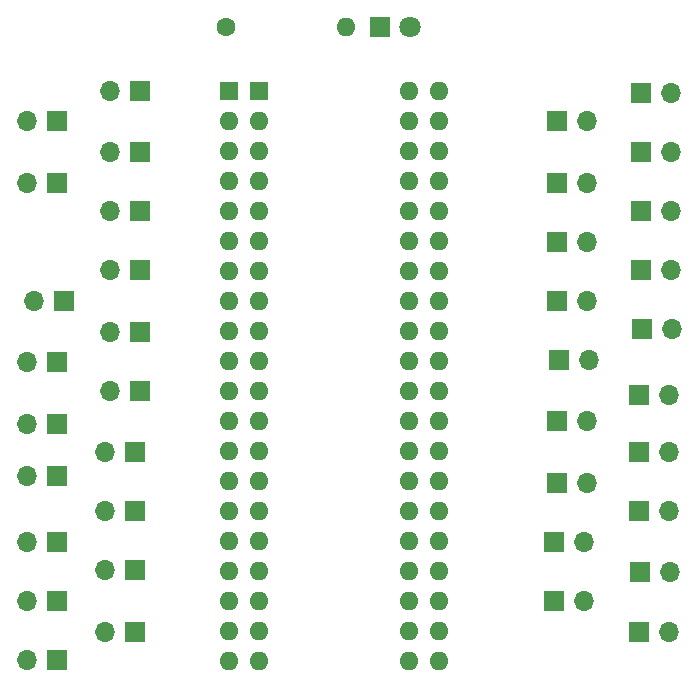
<source format=gts>
%TF.GenerationSoftware,KiCad,Pcbnew,7.0.1*%
%TF.CreationDate,2023-06-14T21:40:42+02:00*%
%TF.ProjectId,6510_board,36353130-5f62-46f6-9172-642e6b696361,rev?*%
%TF.SameCoordinates,Original*%
%TF.FileFunction,Soldermask,Top*%
%TF.FilePolarity,Negative*%
%FSLAX46Y46*%
G04 Gerber Fmt 4.6, Leading zero omitted, Abs format (unit mm)*
G04 Created by KiCad (PCBNEW 7.0.1) date 2023-06-14 21:40:42*
%MOMM*%
%LPD*%
G01*
G04 APERTURE LIST*
%ADD10R,1.700000X1.700000*%
%ADD11O,1.700000X1.700000*%
%ADD12R,1.600000X1.600000*%
%ADD13O,1.600000X1.600000*%
%ADD14C,1.600000*%
%ADD15R,1.800000X1.800000*%
%ADD16C,1.800000*%
G04 APERTURE END LIST*
D10*
%TO.C,J6*%
X42000000Y-108200000D03*
D11*
X39460000Y-108200000D03*
%TD*%
D10*
%TO.C,J16*%
X84260000Y-128600000D03*
D11*
X86800000Y-128600000D03*
%TD*%
D10*
%TO.C,J14*%
X77060000Y-126000000D03*
D11*
X79600000Y-126000000D03*
%TD*%
D10*
%TO.C,J25*%
X42000000Y-82800000D03*
D11*
X39460000Y-82800000D03*
%TD*%
D10*
%TO.C,J35*%
X84325000Y-123600000D03*
D11*
X86865000Y-123600000D03*
%TD*%
D10*
%TO.C,J29*%
X42000000Y-88000000D03*
D11*
X39460000Y-88000000D03*
%TD*%
D10*
%TO.C,J5*%
X35000000Y-111000000D03*
D11*
X32460000Y-111000000D03*
%TD*%
D10*
%TO.C,J22*%
X77260000Y-100600000D03*
D11*
X79800000Y-100600000D03*
%TD*%
D10*
%TO.C,J36*%
X77260000Y-116000000D03*
D11*
X79800000Y-116000000D03*
%TD*%
D10*
%TO.C,J37*%
X77260000Y-110800000D03*
D11*
X79800000Y-110800000D03*
%TD*%
D12*
%TO.C,U1*%
X49510000Y-82850000D03*
D13*
X49510000Y-85390000D03*
X49510000Y-87930000D03*
X49510000Y-90470000D03*
X49510000Y-93010000D03*
X49510000Y-95550000D03*
X49510000Y-98090000D03*
X49510000Y-100630000D03*
X49510000Y-103170000D03*
X49510000Y-105710000D03*
X49510000Y-108250000D03*
X49510000Y-110790000D03*
X49510000Y-113330000D03*
X49510000Y-115870000D03*
X49510000Y-118410000D03*
X49510000Y-120950000D03*
X49510000Y-123490000D03*
X49510000Y-126030000D03*
X49510000Y-128570000D03*
X49510000Y-131110000D03*
X64750000Y-131110000D03*
X64750000Y-128570000D03*
X64750000Y-126030000D03*
X64750000Y-123490000D03*
X64750000Y-120950000D03*
X64750000Y-118410000D03*
X64750000Y-115870000D03*
X64750000Y-113330000D03*
X64750000Y-110790000D03*
X64750000Y-108250000D03*
X64750000Y-105710000D03*
X64750000Y-103170000D03*
X64750000Y-100630000D03*
X64750000Y-98090000D03*
X64750000Y-95550000D03*
X64750000Y-93010000D03*
X64750000Y-90470000D03*
X64750000Y-87930000D03*
X64750000Y-85390000D03*
X64750000Y-82850000D03*
%TD*%
D10*
%TO.C,J20*%
X84260000Y-108600000D03*
D11*
X86800000Y-108600000D03*
%TD*%
D12*
%TO.C,U2*%
X52075000Y-82850000D03*
D13*
X52075000Y-85390000D03*
X52075000Y-87930000D03*
X52075000Y-90470000D03*
X52075000Y-93010000D03*
X52075000Y-95550000D03*
X52075000Y-98090000D03*
X52075000Y-100630000D03*
X52075000Y-103170000D03*
X52075000Y-105710000D03*
X52075000Y-108250000D03*
X52075000Y-110790000D03*
X52075000Y-113330000D03*
X52075000Y-115870000D03*
X52075000Y-118410000D03*
X52075000Y-120950000D03*
X52075000Y-123490000D03*
X52075000Y-126030000D03*
X52075000Y-128570000D03*
X52075000Y-131110000D03*
X67315000Y-131110000D03*
X67315000Y-128570000D03*
X67315000Y-126030000D03*
X67315000Y-123490000D03*
X67315000Y-120950000D03*
X67315000Y-118410000D03*
X67315000Y-115870000D03*
X67315000Y-113330000D03*
X67315000Y-110790000D03*
X67315000Y-108250000D03*
X67315000Y-105710000D03*
X67315000Y-103170000D03*
X67315000Y-100630000D03*
X67315000Y-98090000D03*
X67315000Y-95550000D03*
X67315000Y-93010000D03*
X67315000Y-90470000D03*
X67315000Y-87930000D03*
X67315000Y-85390000D03*
X67315000Y-82850000D03*
%TD*%
D10*
%TO.C,J18*%
X84460000Y-103000000D03*
D11*
X87000000Y-103000000D03*
%TD*%
D10*
%TO.C,J34*%
X84260000Y-113400000D03*
D11*
X86800000Y-113400000D03*
%TD*%
D10*
%TO.C,J33*%
X84260000Y-118400000D03*
D11*
X86800000Y-118400000D03*
%TD*%
D10*
%TO.C,J31*%
X84400000Y-88000000D03*
D11*
X86940000Y-88000000D03*
%TD*%
D10*
%TO.C,J9*%
X35000000Y-126000000D03*
D11*
X32460000Y-126000000D03*
%TD*%
D10*
%TO.C,J17*%
X84400000Y-93000000D03*
D11*
X86940000Y-93000000D03*
%TD*%
D10*
%TO.C,J23*%
X77260000Y-95600000D03*
D11*
X79800000Y-95600000D03*
%TD*%
D10*
%TO.C,J8*%
X35000000Y-115400000D03*
D11*
X32460000Y-115400000D03*
%TD*%
D10*
%TO.C,J28*%
X42000000Y-93000000D03*
D11*
X39460000Y-93000000D03*
%TD*%
D14*
%TO.C,R1*%
X49240000Y-77400000D03*
D13*
X59400000Y-77400000D03*
%TD*%
D10*
%TO.C,J3*%
X35000000Y-105800000D03*
D11*
X32460000Y-105800000D03*
%TD*%
D10*
%TO.C,J27*%
X84400000Y-83000000D03*
D11*
X86940000Y-83000000D03*
%TD*%
D10*
%TO.C,J7*%
X35000000Y-121000000D03*
D11*
X32460000Y-121000000D03*
%TD*%
D10*
%TO.C,J1*%
X42000000Y-98000000D03*
D11*
X39460000Y-98000000D03*
%TD*%
D10*
%TO.C,J12*%
X41540000Y-123400000D03*
D11*
X39000000Y-123400000D03*
%TD*%
D10*
%TO.C,J19*%
X84400000Y-98000000D03*
D11*
X86940000Y-98000000D03*
%TD*%
D15*
%TO.C,D1*%
X62280000Y-77400000D03*
D16*
X64820000Y-77400000D03*
%TD*%
D10*
%TO.C,J4*%
X42000000Y-103200000D03*
D11*
X39460000Y-103200000D03*
%TD*%
D10*
%TO.C,J11*%
X41540000Y-113400000D03*
D11*
X39000000Y-113400000D03*
%TD*%
D10*
%TO.C,J15*%
X41600000Y-128600000D03*
D11*
X39060000Y-128600000D03*
%TD*%
D10*
%TO.C,J10*%
X41540000Y-118400000D03*
D11*
X39000000Y-118400000D03*
%TD*%
D10*
%TO.C,J24*%
X77460000Y-105600000D03*
D11*
X80000000Y-105600000D03*
%TD*%
D10*
%TO.C,J32*%
X35000000Y-85400000D03*
D11*
X32460000Y-85400000D03*
%TD*%
D10*
%TO.C,J13*%
X34940000Y-131000000D03*
D11*
X32400000Y-131000000D03*
%TD*%
D10*
%TO.C,J2*%
X35600000Y-100600000D03*
D11*
X33060000Y-100600000D03*
%TD*%
D10*
%TO.C,J21*%
X77260000Y-90600000D03*
D11*
X79800000Y-90600000D03*
%TD*%
D10*
%TO.C,J26*%
X77260000Y-85400000D03*
D11*
X79800000Y-85400000D03*
%TD*%
D10*
%TO.C,J30*%
X35000000Y-90600000D03*
D11*
X32460000Y-90600000D03*
%TD*%
D10*
%TO.C,J38*%
X77060000Y-121000000D03*
D11*
X79600000Y-121000000D03*
%TD*%
M02*

</source>
